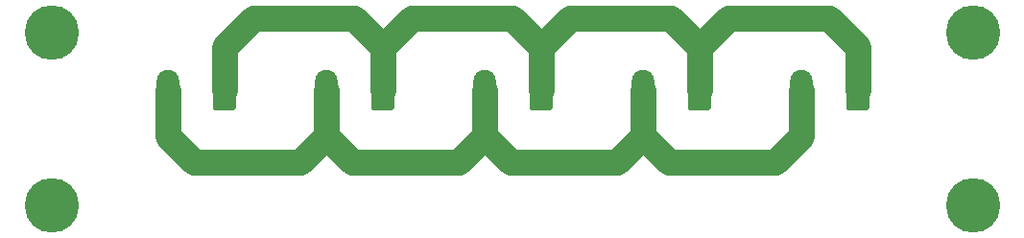
<source format=gbr>
G04 #@! TF.GenerationSoftware,KiCad,Pcbnew,5.1.5-52549c5~84~ubuntu18.04.1*
G04 #@! TF.CreationDate,2020-01-16T18:33:31+01:00*
G04 #@! TF.ProjectId,3d-printer-power-distribution-board,33642d70-7269-46e7-9465-722d706f7765,rev?*
G04 #@! TF.SameCoordinates,Original*
G04 #@! TF.FileFunction,Copper,L2,Bot*
G04 #@! TF.FilePolarity,Positive*
%FSLAX46Y46*%
G04 Gerber Fmt 4.6, Leading zero omitted, Abs format (unit mm)*
G04 Created by KiCad (PCBNEW 5.1.5-52549c5~84~ubuntu18.04.1) date 2020-01-16 18:33:31*
%MOMM*%
%LPD*%
G04 APERTURE LIST*
%ADD10O,2.000000X3.600000*%
%ADD11C,0.100000*%
%ADD12C,4.800000*%
%ADD13C,2.250000*%
G04 APERTURE END LIST*
D10*
X80090000Y-127000000D03*
G04 #@! TA.AperFunction,ComponentPad*
D11*
G36*
X85864504Y-125201204D02*
G01*
X85888773Y-125204804D01*
X85912571Y-125210765D01*
X85935671Y-125219030D01*
X85957849Y-125229520D01*
X85978893Y-125242133D01*
X85998598Y-125256747D01*
X86016777Y-125273223D01*
X86033253Y-125291402D01*
X86047867Y-125311107D01*
X86060480Y-125332151D01*
X86070970Y-125354329D01*
X86079235Y-125377429D01*
X86085196Y-125401227D01*
X86088796Y-125425496D01*
X86090000Y-125450000D01*
X86090000Y-128550000D01*
X86088796Y-128574504D01*
X86085196Y-128598773D01*
X86079235Y-128622571D01*
X86070970Y-128645671D01*
X86060480Y-128667849D01*
X86047867Y-128688893D01*
X86033253Y-128708598D01*
X86016777Y-128726777D01*
X85998598Y-128743253D01*
X85978893Y-128757867D01*
X85957849Y-128770480D01*
X85935671Y-128780970D01*
X85912571Y-128789235D01*
X85888773Y-128795196D01*
X85864504Y-128798796D01*
X85840000Y-128800000D01*
X84340000Y-128800000D01*
X84315496Y-128798796D01*
X84291227Y-128795196D01*
X84267429Y-128789235D01*
X84244329Y-128780970D01*
X84222151Y-128770480D01*
X84201107Y-128757867D01*
X84181402Y-128743253D01*
X84163223Y-128726777D01*
X84146747Y-128708598D01*
X84132133Y-128688893D01*
X84119520Y-128667849D01*
X84109030Y-128645671D01*
X84100765Y-128622571D01*
X84094804Y-128598773D01*
X84091204Y-128574504D01*
X84090000Y-128550000D01*
X84090000Y-125450000D01*
X84091204Y-125425496D01*
X84094804Y-125401227D01*
X84100765Y-125377429D01*
X84109030Y-125354329D01*
X84119520Y-125332151D01*
X84132133Y-125311107D01*
X84146747Y-125291402D01*
X84163223Y-125273223D01*
X84181402Y-125256747D01*
X84201107Y-125242133D01*
X84222151Y-125229520D01*
X84244329Y-125219030D01*
X84267429Y-125210765D01*
X84291227Y-125204804D01*
X84315496Y-125201204D01*
X84340000Y-125200000D01*
X85840000Y-125200000D01*
X85864504Y-125201204D01*
G37*
G04 #@! TD.AperFunction*
D10*
X66120000Y-127000000D03*
G04 #@! TA.AperFunction,ComponentPad*
D11*
G36*
X71894504Y-125201204D02*
G01*
X71918773Y-125204804D01*
X71942571Y-125210765D01*
X71965671Y-125219030D01*
X71987849Y-125229520D01*
X72008893Y-125242133D01*
X72028598Y-125256747D01*
X72046777Y-125273223D01*
X72063253Y-125291402D01*
X72077867Y-125311107D01*
X72090480Y-125332151D01*
X72100970Y-125354329D01*
X72109235Y-125377429D01*
X72115196Y-125401227D01*
X72118796Y-125425496D01*
X72120000Y-125450000D01*
X72120000Y-128550000D01*
X72118796Y-128574504D01*
X72115196Y-128598773D01*
X72109235Y-128622571D01*
X72100970Y-128645671D01*
X72090480Y-128667849D01*
X72077867Y-128688893D01*
X72063253Y-128708598D01*
X72046777Y-128726777D01*
X72028598Y-128743253D01*
X72008893Y-128757867D01*
X71987849Y-128770480D01*
X71965671Y-128780970D01*
X71942571Y-128789235D01*
X71918773Y-128795196D01*
X71894504Y-128798796D01*
X71870000Y-128800000D01*
X70370000Y-128800000D01*
X70345496Y-128798796D01*
X70321227Y-128795196D01*
X70297429Y-128789235D01*
X70274329Y-128780970D01*
X70252151Y-128770480D01*
X70231107Y-128757867D01*
X70211402Y-128743253D01*
X70193223Y-128726777D01*
X70176747Y-128708598D01*
X70162133Y-128688893D01*
X70149520Y-128667849D01*
X70139030Y-128645671D01*
X70130765Y-128622571D01*
X70124804Y-128598773D01*
X70121204Y-128574504D01*
X70120000Y-128550000D01*
X70120000Y-125450000D01*
X70121204Y-125425496D01*
X70124804Y-125401227D01*
X70130765Y-125377429D01*
X70139030Y-125354329D01*
X70149520Y-125332151D01*
X70162133Y-125311107D01*
X70176747Y-125291402D01*
X70193223Y-125273223D01*
X70211402Y-125256747D01*
X70231107Y-125242133D01*
X70252151Y-125229520D01*
X70274329Y-125219030D01*
X70297429Y-125210765D01*
X70321227Y-125204804D01*
X70345496Y-125201204D01*
X70370000Y-125200000D01*
X71870000Y-125200000D01*
X71894504Y-125201204D01*
G37*
G04 #@! TD.AperFunction*
G04 #@! TA.AperFunction,ComponentPad*
G36*
X99834504Y-125201204D02*
G01*
X99858773Y-125204804D01*
X99882571Y-125210765D01*
X99905671Y-125219030D01*
X99927849Y-125229520D01*
X99948893Y-125242133D01*
X99968598Y-125256747D01*
X99986777Y-125273223D01*
X100003253Y-125291402D01*
X100017867Y-125311107D01*
X100030480Y-125332151D01*
X100040970Y-125354329D01*
X100049235Y-125377429D01*
X100055196Y-125401227D01*
X100058796Y-125425496D01*
X100060000Y-125450000D01*
X100060000Y-128550000D01*
X100058796Y-128574504D01*
X100055196Y-128598773D01*
X100049235Y-128622571D01*
X100040970Y-128645671D01*
X100030480Y-128667849D01*
X100017867Y-128688893D01*
X100003253Y-128708598D01*
X99986777Y-128726777D01*
X99968598Y-128743253D01*
X99948893Y-128757867D01*
X99927849Y-128770480D01*
X99905671Y-128780970D01*
X99882571Y-128789235D01*
X99858773Y-128795196D01*
X99834504Y-128798796D01*
X99810000Y-128800000D01*
X98310000Y-128800000D01*
X98285496Y-128798796D01*
X98261227Y-128795196D01*
X98237429Y-128789235D01*
X98214329Y-128780970D01*
X98192151Y-128770480D01*
X98171107Y-128757867D01*
X98151402Y-128743253D01*
X98133223Y-128726777D01*
X98116747Y-128708598D01*
X98102133Y-128688893D01*
X98089520Y-128667849D01*
X98079030Y-128645671D01*
X98070765Y-128622571D01*
X98064804Y-128598773D01*
X98061204Y-128574504D01*
X98060000Y-128550000D01*
X98060000Y-125450000D01*
X98061204Y-125425496D01*
X98064804Y-125401227D01*
X98070765Y-125377429D01*
X98079030Y-125354329D01*
X98089520Y-125332151D01*
X98102133Y-125311107D01*
X98116747Y-125291402D01*
X98133223Y-125273223D01*
X98151402Y-125256747D01*
X98171107Y-125242133D01*
X98192151Y-125229520D01*
X98214329Y-125219030D01*
X98237429Y-125210765D01*
X98261227Y-125204804D01*
X98285496Y-125201204D01*
X98310000Y-125200000D01*
X99810000Y-125200000D01*
X99834504Y-125201204D01*
G37*
G04 #@! TD.AperFunction*
D10*
X94060000Y-127000000D03*
X108030000Y-127000000D03*
G04 #@! TA.AperFunction,ComponentPad*
D11*
G36*
X113804504Y-125201204D02*
G01*
X113828773Y-125204804D01*
X113852571Y-125210765D01*
X113875671Y-125219030D01*
X113897849Y-125229520D01*
X113918893Y-125242133D01*
X113938598Y-125256747D01*
X113956777Y-125273223D01*
X113973253Y-125291402D01*
X113987867Y-125311107D01*
X114000480Y-125332151D01*
X114010970Y-125354329D01*
X114019235Y-125377429D01*
X114025196Y-125401227D01*
X114028796Y-125425496D01*
X114030000Y-125450000D01*
X114030000Y-128550000D01*
X114028796Y-128574504D01*
X114025196Y-128598773D01*
X114019235Y-128622571D01*
X114010970Y-128645671D01*
X114000480Y-128667849D01*
X113987867Y-128688893D01*
X113973253Y-128708598D01*
X113956777Y-128726777D01*
X113938598Y-128743253D01*
X113918893Y-128757867D01*
X113897849Y-128770480D01*
X113875671Y-128780970D01*
X113852571Y-128789235D01*
X113828773Y-128795196D01*
X113804504Y-128798796D01*
X113780000Y-128800000D01*
X112280000Y-128800000D01*
X112255496Y-128798796D01*
X112231227Y-128795196D01*
X112207429Y-128789235D01*
X112184329Y-128780970D01*
X112162151Y-128770480D01*
X112141107Y-128757867D01*
X112121402Y-128743253D01*
X112103223Y-128726777D01*
X112086747Y-128708598D01*
X112072133Y-128688893D01*
X112059520Y-128667849D01*
X112049030Y-128645671D01*
X112040765Y-128622571D01*
X112034804Y-128598773D01*
X112031204Y-128574504D01*
X112030000Y-128550000D01*
X112030000Y-125450000D01*
X112031204Y-125425496D01*
X112034804Y-125401227D01*
X112040765Y-125377429D01*
X112049030Y-125354329D01*
X112059520Y-125332151D01*
X112072133Y-125311107D01*
X112086747Y-125291402D01*
X112103223Y-125273223D01*
X112121402Y-125256747D01*
X112141107Y-125242133D01*
X112162151Y-125229520D01*
X112184329Y-125219030D01*
X112207429Y-125210765D01*
X112231227Y-125204804D01*
X112255496Y-125201204D01*
X112280000Y-125200000D01*
X113780000Y-125200000D01*
X113804504Y-125201204D01*
G37*
G04 #@! TD.AperFunction*
G04 #@! TA.AperFunction,ComponentPad*
G36*
X127774504Y-125201204D02*
G01*
X127798773Y-125204804D01*
X127822571Y-125210765D01*
X127845671Y-125219030D01*
X127867849Y-125229520D01*
X127888893Y-125242133D01*
X127908598Y-125256747D01*
X127926777Y-125273223D01*
X127943253Y-125291402D01*
X127957867Y-125311107D01*
X127970480Y-125332151D01*
X127980970Y-125354329D01*
X127989235Y-125377429D01*
X127995196Y-125401227D01*
X127998796Y-125425496D01*
X128000000Y-125450000D01*
X128000000Y-128550000D01*
X127998796Y-128574504D01*
X127995196Y-128598773D01*
X127989235Y-128622571D01*
X127980970Y-128645671D01*
X127970480Y-128667849D01*
X127957867Y-128688893D01*
X127943253Y-128708598D01*
X127926777Y-128726777D01*
X127908598Y-128743253D01*
X127888893Y-128757867D01*
X127867849Y-128770480D01*
X127845671Y-128780970D01*
X127822571Y-128789235D01*
X127798773Y-128795196D01*
X127774504Y-128798796D01*
X127750000Y-128800000D01*
X126250000Y-128800000D01*
X126225496Y-128798796D01*
X126201227Y-128795196D01*
X126177429Y-128789235D01*
X126154329Y-128780970D01*
X126132151Y-128770480D01*
X126111107Y-128757867D01*
X126091402Y-128743253D01*
X126073223Y-128726777D01*
X126056747Y-128708598D01*
X126042133Y-128688893D01*
X126029520Y-128667849D01*
X126019030Y-128645671D01*
X126010765Y-128622571D01*
X126004804Y-128598773D01*
X126001204Y-128574504D01*
X126000000Y-128550000D01*
X126000000Y-125450000D01*
X126001204Y-125425496D01*
X126004804Y-125401227D01*
X126010765Y-125377429D01*
X126019030Y-125354329D01*
X126029520Y-125332151D01*
X126042133Y-125311107D01*
X126056747Y-125291402D01*
X126073223Y-125273223D01*
X126091402Y-125256747D01*
X126111107Y-125242133D01*
X126132151Y-125229520D01*
X126154329Y-125219030D01*
X126177429Y-125210765D01*
X126201227Y-125204804D01*
X126225496Y-125201204D01*
X126250000Y-125200000D01*
X127750000Y-125200000D01*
X127774504Y-125201204D01*
G37*
G04 #@! TD.AperFunction*
D10*
X122000000Y-127000000D03*
D12*
X137160000Y-121920000D03*
X137160000Y-137160000D03*
X55880000Y-137160000D03*
X55880000Y-121920000D03*
D13*
X85090000Y-123190000D02*
X85090000Y-127000000D01*
X82550000Y-120650000D02*
X85090000Y-123190000D01*
X73660000Y-120650000D02*
X82550000Y-120650000D01*
X71120000Y-127000000D02*
X71120000Y-123190000D01*
X71120000Y-123190000D02*
X73660000Y-120650000D01*
X85090000Y-123190000D02*
X87630000Y-120650000D01*
X87630000Y-120650000D02*
X96520000Y-120650000D01*
X99060000Y-123190000D02*
X99060000Y-127000000D01*
X96520000Y-120650000D02*
X99060000Y-123190000D01*
X99060000Y-123190000D02*
X101600000Y-120650000D01*
X101600000Y-120650000D02*
X110490000Y-120650000D01*
X113030000Y-123190000D02*
X113030000Y-127000000D01*
X110490000Y-120650000D02*
X113030000Y-123190000D01*
X113030000Y-123190000D02*
X115570000Y-120650000D01*
X115570000Y-120650000D02*
X124460000Y-120650000D01*
X127000000Y-123190000D02*
X127000000Y-127000000D01*
X124460000Y-120650000D02*
X127000000Y-123190000D01*
X66120000Y-131050000D02*
X68420000Y-133350000D01*
X66120000Y-127000000D02*
X66120000Y-131050000D01*
X80090000Y-131050000D02*
X80090000Y-127000000D01*
X77790000Y-133350000D02*
X80090000Y-131050000D01*
X68420000Y-133350000D02*
X77790000Y-133350000D01*
X80090000Y-131050000D02*
X82390000Y-133350000D01*
X94060000Y-131050000D02*
X94060000Y-127000000D01*
X91760000Y-133350000D02*
X94060000Y-131050000D01*
X82390000Y-133350000D02*
X91760000Y-133350000D01*
X94060000Y-131050000D02*
X96360000Y-133350000D01*
X108030000Y-131050000D02*
X108030000Y-127000000D01*
X105730000Y-133350000D02*
X108030000Y-131050000D01*
X96360000Y-133350000D02*
X105730000Y-133350000D01*
X108030000Y-131050000D02*
X110330000Y-133350000D01*
X122000000Y-131050000D02*
X122000000Y-127000000D01*
X119700000Y-133350000D02*
X122000000Y-131050000D01*
X110330000Y-133350000D02*
X119700000Y-133350000D01*
M02*

</source>
